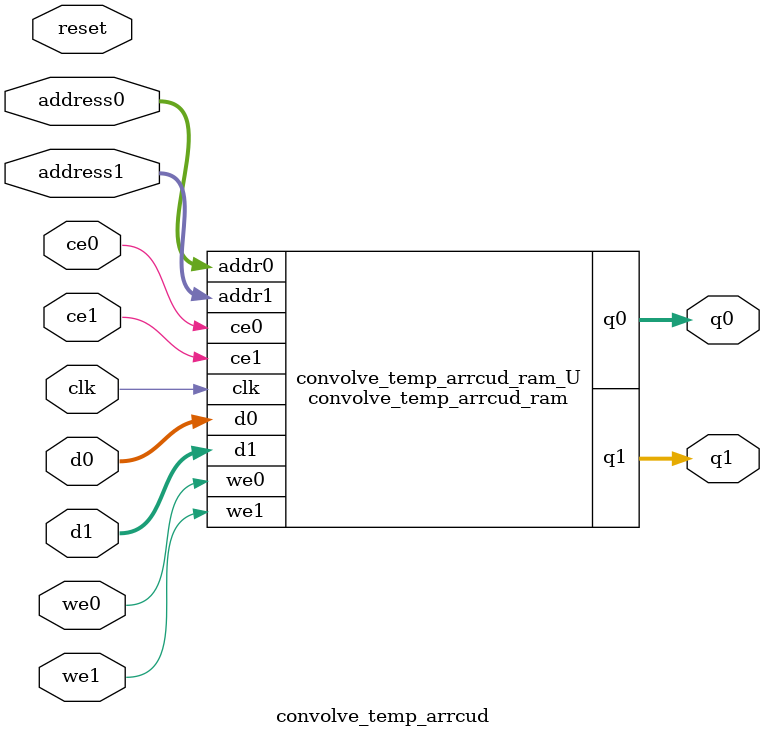
<source format=v>

`timescale 1 ns / 1 ps
module convolve_temp_arrcud_ram (addr0, ce0, d0, we0, q0, addr1, ce1, d1, we1, q1,  clk);

parameter DWIDTH = 32;
parameter AWIDTH = 10;
parameter MEM_SIZE = 720;

input[AWIDTH-1:0] addr0;
input ce0;
input[DWIDTH-1:0] d0;
input we0;
output reg[DWIDTH-1:0] q0;
input[AWIDTH-1:0] addr1;
input ce1;
input[DWIDTH-1:0] d1;
input we1;
output reg[DWIDTH-1:0] q1;
input clk;

(* ram_style = "block" *)reg [DWIDTH-1:0] ram[0:MEM_SIZE-1];




always @(posedge clk)  
begin 
    if (ce0) 
    begin
        if (we0) 
        begin 
            ram[addr0] <= d0; 
            q0 <= d0;
        end 
        else 
            q0 <= ram[addr0];
    end
end


always @(posedge clk)  
begin 
    if (ce1) 
    begin
        if (we1) 
        begin 
            ram[addr1] <= d1; 
            q1 <= d1;
        end 
        else 
            q1 <= ram[addr1];
    end
end


endmodule


`timescale 1 ns / 1 ps
module convolve_temp_arrcud(
    reset,
    clk,
    address0,
    ce0,
    we0,
    d0,
    q0,
    address1,
    ce1,
    we1,
    d1,
    q1);

parameter DataWidth = 32'd32;
parameter AddressRange = 32'd720;
parameter AddressWidth = 32'd10;
input reset;
input clk;
input[AddressWidth - 1:0] address0;
input ce0;
input we0;
input[DataWidth - 1:0] d0;
output[DataWidth - 1:0] q0;
input[AddressWidth - 1:0] address1;
input ce1;
input we1;
input[DataWidth - 1:0] d1;
output[DataWidth - 1:0] q1;



convolve_temp_arrcud_ram convolve_temp_arrcud_ram_U(
    .clk( clk ),
    .addr0( address0 ),
    .ce0( ce0 ),
    .d0( d0 ),
    .we0( we0 ),
    .q0( q0 ),
    .addr1( address1 ),
    .ce1( ce1 ),
    .d1( d1 ),
    .we1( we1 ),
    .q1( q1 ));

endmodule


</source>
